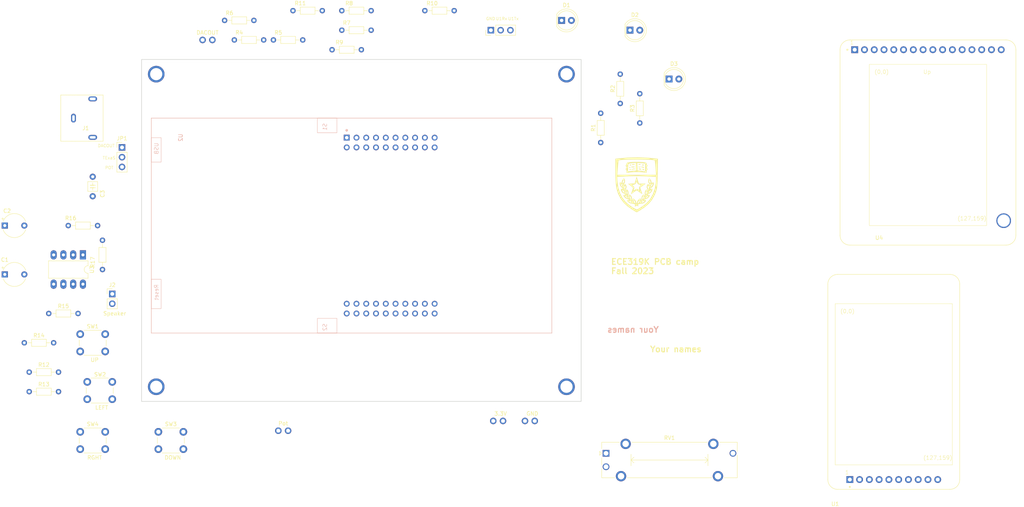
<source format=kicad_pcb>
(kicad_pcb (version 20221018) (generator pcbnew)

  (general
    (thickness 1.6)
  )

  (paper "A4")
  (title_block
    (title "ECE 319K Baseline Project")
    (date "2023-10-30")
    (rev "v1.0.0")
    (company "The University of Texas at Austin")
  )

  (layers
    (0 "F.Cu" signal)
    (31 "B.Cu" signal)
    (32 "B.Adhes" user "B.Adhesive")
    (33 "F.Adhes" user "F.Adhesive")
    (34 "B.Paste" user)
    (35 "F.Paste" user)
    (36 "B.SilkS" user "B.Silkscreen")
    (37 "F.SilkS" user "F.Silkscreen")
    (38 "B.Mask" user)
    (39 "F.Mask" user)
    (40 "Dwgs.User" user "User.Drawings")
    (41 "Cmts.User" user "User.Comments")
    (42 "Eco1.User" user "User.Eco1")
    (43 "Eco2.User" user "User.Eco2")
    (44 "Edge.Cuts" user)
    (45 "Margin" user)
    (46 "B.CrtYd" user "B.Courtyard")
    (47 "F.CrtYd" user "F.Courtyard")
    (48 "B.Fab" user)
    (49 "F.Fab" user)
    (50 "User.1" user)
    (51 "User.2" user)
    (52 "User.3" user)
    (53 "User.4" user)
    (54 "User.5" user)
    (55 "User.6" user)
    (56 "User.7" user)
    (57 "User.8" user)
    (58 "User.9" user)
  )

  (setup
    (stackup
      (layer "F.SilkS" (type "Top Silk Screen"))
      (layer "F.Paste" (type "Top Solder Paste"))
      (layer "F.Mask" (type "Top Solder Mask") (thickness 0.01))
      (layer "F.Cu" (type "copper") (thickness 0.035))
      (layer "dielectric 1" (type "core") (thickness 1.51) (material "FR4") (epsilon_r 4.5) (loss_tangent 0.02))
      (layer "B.Cu" (type "copper") (thickness 0.035))
      (layer "B.Mask" (type "Bottom Solder Mask") (thickness 0.01))
      (layer "B.Paste" (type "Bottom Solder Paste"))
      (layer "B.SilkS" (type "Bottom Silk Screen"))
      (copper_finish "None")
      (dielectric_constraints no)
    )
    (pad_to_mask_clearance 0)
    (pcbplotparams
      (layerselection 0x00010fc_ffffffff)
      (plot_on_all_layers_selection 0x0000000_00000000)
      (disableapertmacros false)
      (usegerberextensions true)
      (usegerberattributes false)
      (usegerberadvancedattributes false)
      (creategerberjobfile false)
      (dashed_line_dash_ratio 12.000000)
      (dashed_line_gap_ratio 3.000000)
      (svgprecision 4)
      (plotframeref false)
      (viasonmask false)
      (mode 1)
      (useauxorigin false)
      (hpglpennumber 1)
      (hpglpenspeed 20)
      (hpglpendiameter 15.000000)
      (dxfpolygonmode true)
      (dxfimperialunits true)
      (dxfusepcbnewfont true)
      (psnegative false)
      (psa4output false)
      (plotreference true)
      (plotvalue false)
      (plotinvisibletext false)
      (sketchpadsonfab false)
      (subtractmaskfromsilk true)
      (outputformat 1)
      (mirror false)
      (drillshape 0)
      (scaleselection 1)
      (outputdirectory "plots/")
    )
  )

  (net 0 "")
  (net 1 "GND")
  (net 2 "+3V3")
  (net 3 "PB9")
  (net 4 "PB15")
  (net 5 "PB8")
  (net 6 "PB7")
  (net 7 "PB6")
  (net 8 "PA13")
  (net 9 "+5V")
  (net 10 "unconnected-(C1-Pad1)")
  (net 11 "unconnected-(C1-Pad2)")
  (net 12 "unconnected-(C2-Pad1)")
  (net 13 "unconnected-(C2-Pad2)")
  (net 14 "unconnected-(C3-Pad1)")
  (net 15 "PA25")
  (net 16 "unconnected-(C3-Pad2)")
  (net 17 "PA8")
  (net 18 "PA26")
  (net 19 "PB24")
  (net 20 "PA27")
  (net 21 "PB2")
  (net 22 "PB3")
  (net 23 "unconnected-(U2-~{TARGETRST}-PadJ2_5)")
  (net 24 "PB12")
  (net 25 "PB17")
  (net 26 "PB0")
  (net 27 "PB16")
  (net 28 "PB19")
  (net 29 "PA22")
  (net 30 "PB18")
  (net 31 "PA18")
  (net 32 "PA24")
  (net 33 "PA17")
  (net 34 "PA16")
  (net 35 "PA15")
  (net 36 "PB4")
  (net 37 "PB1")
  (net 38 "PA28")
  (net 39 "PA31")
  (net 40 "PB20")
  (net 41 "PB13")
  (net 42 "PA10")
  (net 43 "unconnected-(D1-K-Pad1)")
  (net 44 "unconnected-(D1-A-Pad2)")
  (net 45 "unconnected-(D2-K-Pad1)")
  (net 46 "PB23")
  (net 47 "unconnected-(D2-A-Pad2)")
  (net 48 "PA11")
  (net 49 "PA12")
  (net 50 "unconnected-(U4-Pin3-Pad3)")
  (net 51 "unconnected-(U4-Pin4-Pad4)")
  (net 52 "unconnected-(U4-Pin5-Pad5)")
  (net 53 "unconnected-(RV1-PadMP)")
  (net 54 "unconnected-(H1-Hole-Pad1)")
  (net 55 "unconnected-(H2-Hole-Pad1)")
  (net 56 "unconnected-(H3-Hole-Pad1)")
  (net 57 "unconnected-(H4-Hole-Pad1)")
  (net 58 "unconnected-(D3-K-Pad1)")
  (net 59 "unconnected-(D3-A-Pad2)")
  (net 60 "unconnected-(J1-ring-PadR)")
  (net 61 "unconnected-(J1-sleeve-PadS)")
  (net 62 "unconnected-(J1-tip-PadT)")
  (net 63 "unconnected-(J2-Pad1)")
  (net 64 "unconnected-(J2-Pad2)")
  (net 65 "unconnected-(J4-A-Pad1)")
  (net 66 "unconnected-(J4-B-Pad2)")
  (net 67 "unconnected-(J7-A-Pad1)")
  (net 68 "unconnected-(J7-B-Pad2)")
  (net 69 "unconnected-(JP1-A-Pad1)")
  (net 70 "unconnected-(JP1-B-Pad3)")
  (net 71 "unconnected-(R1-Pad1)")
  (net 72 "unconnected-(R1-Pad2)")
  (net 73 "unconnected-(R2-Pad1)")
  (net 74 "unconnected-(R2-Pad2)")
  (net 75 "unconnected-(R3-Pad1)")
  (net 76 "unconnected-(R3-Pad2)")
  (net 77 "unconnected-(R4-Pad1)")
  (net 78 "unconnected-(R4-Pad2)")
  (net 79 "unconnected-(R5-Pad1)")
  (net 80 "unconnected-(R5-Pad2)")
  (net 81 "unconnected-(R6-Pad1)")
  (net 82 "unconnected-(R6-Pad2)")
  (net 83 "unconnected-(R7-Pad1)")
  (net 84 "unconnected-(R7-Pad2)")
  (net 85 "unconnected-(R8-Pad1)")
  (net 86 "unconnected-(R8-Pad2)")
  (net 87 "unconnected-(R9-Pad1)")
  (net 88 "unconnected-(R9-Pad2)")
  (net 89 "unconnected-(R10-Pad1)")
  (net 90 "unconnected-(R10-Pad2)")
  (net 91 "unconnected-(R11-Pad1)")
  (net 92 "unconnected-(R11-Pad2)")
  (net 93 "unconnected-(R12-Pad1)")
  (net 94 "unconnected-(R12-Pad2)")
  (net 95 "unconnected-(R13-Pad1)")
  (net 96 "unconnected-(R13-Pad2)")
  (net 97 "unconnected-(R14-Pad1)")
  (net 98 "unconnected-(R14-Pad2)")
  (net 99 "unconnected-(R15-Pad1)")
  (net 100 "unconnected-(R15-Pad2)")
  (net 101 "unconnected-(R16-Pad1)")
  (net 102 "unconnected-(R16-Pad2)")
  (net 103 "unconnected-(R17-Pad1)")
  (net 104 "unconnected-(R17-Pad2)")
  (net 105 "unconnected-(RV1-Pad1)")
  (net 106 "unconnected-(RV1-Pad2)")
  (net 107 "unconnected-(SW1-Pad1)")
  (net 108 "unconnected-(SW1-Pad2)")
  (net 109 "unconnected-(SW2-Pad1)")
  (net 110 "unconnected-(SW2-Pad2)")
  (net 111 "unconnected-(SW3-Pad1)")
  (net 112 "unconnected-(SW3-Pad2)")
  (net 113 "unconnected-(SW4-Pad1)")
  (net 114 "unconnected-(SW4-Pad2)")
  (net 115 "unconnected-(U3-CD-Pad1)")
  (net 116 "unconnected-(U3-FC2-Pad2)")
  (net 117 "unconnected-(U3-FC1-Pad3)")
  (net 118 "unconnected-(U3-VIN-Pad4)")
  (net 119 "unconnected-(U3-VO1-Pad5)")
  (net 120 "unconnected-(U3-Vcc-Pad6)")
  (net 121 "unconnected-(U3-GND-Pad7)")
  (net 122 "unconnected-(U3-VO2-Pad8)")
  (net 123 "unconnected-(RV1-Pad3)")

  (footprint "ECE319K:R_Axial_DIN0204_L3.6mm_D1.6mm_P7.62mm_Horizontal" (layer "F.Cu") (at 90.17 25.4))

  (footprint "ECE319K:Testpoint_1x02_P2.54mm" (layer "F.Cu") (at 86.36 134.62 90))

  (footprint "ECE319K:R_Axial_DIN0204_L3.6mm_D1.6mm_P7.62mm_Horizontal" (layer "F.Cu") (at 74.93 33.02))

  (footprint "ECE319K:PinHeader_1x03_P2.54mm_Vertical" (layer "F.Cu") (at 141.62 30.48 90))

  (footprint "LOGO" (layer "F.Cu") (at 180.34 71.12))

  (footprint "ECE319K:R_Axial_DIN0204_L3.6mm_D1.6mm_P7.62mm_Horizontal" (layer "F.Cu") (at 72.39 27.94))

  (footprint "ECE319K:DIP-8_W7.62mm_LongPads" (layer "F.Cu") (at 35.56 88.9 -90))

  (footprint "ECE319K:R_Axial_DIN0204_L3.6mm_D1.6mm_P7.62mm_Horizontal" (layer "F.Cu") (at 40.64 92.71 90))

  (footprint "ECE319K:SW_PUSH_6mm" (layer "F.Cu") (at 36.68 121.92))

  (footprint "ECE319K:SW_PUSH_6mm" (layer "F.Cu") (at 34.85 109.51))

  (footprint "ECE319K:PTA2043pot" (layer "F.Cu") (at 171.565 140.49))

  (footprint "ECE319K:R_Axial_DIN0204_L3.6mm_D1.6mm_P7.62mm_Horizontal" (layer "F.Cu") (at 124.46 25.4))

  (footprint "ECE319K:R_Axial_DIN0204_L3.6mm_D1.6mm_P7.62mm_Horizontal" (layer "F.Cu") (at 170.18 59.69 90))

  (footprint "ECE319K:Testpoint_1x02_P2.54mm" (layer "F.Cu") (at 66.67 33.02 90))

  (footprint "ECE319K:Testpoint_1x02_P2.54mm" (layer "F.Cu") (at 142.24 132.08 90))

  (footprint "ECE319K:R_Axial_DIN0204_L3.6mm_D1.6mm_P7.62mm_Horizontal" (layer "F.Cu") (at 102.87 25.4))

  (footprint "ECE319K:C_Axial_200mil" (layer "F.Cu") (at 38.1 68.58 -90))

  (footprint "ECE319K:MountingHole_4_40" (layer "F.Cu") (at 161.29 41.91))

  (footprint "ECE319K:MountingHole_4_40" (layer "F.Cu") (at 161.29 123.19))

  (footprint "ECE319K:MountingHole_4_40" (layer "F.Cu") (at 54.61 41.91))

  (footprint "ECE319K:R_Axial_DIN0204_L3.6mm_D1.6mm_P7.62mm_Horizontal" (layer "F.Cu") (at 29.21 119.38 180))

  (footprint "ECE319K:hiletgo_st7735r" (layer "F.Cu") (at 255.27 59.69))

  (footprint "ECE319K:MountingHole_4_40" (layer "F.Cu") (at 54.61 123.19))

  (footprint "ECE319K:CP_Radial_Tantal200mil" (layer "F.Cu") (at 15.24 81.28))

  (footprint "ECE319K:Testpoint_1x02_P2.54mm" (layer "F.Cu") (at 150.49 132.08 90))

  (footprint "ECE319K:LED_D5.0mm" (layer "F.Cu") (at 187.96 43.18))

  (footprint "ECE319K:CP_Radial_Tantal200mil" (layer "F.Cu") (at 15.24 93.98))

  (footprint "ECE319K:SW_PUSH_6mm" (layer "F.Cu") (at 34.85 134.91))

  (footprint "ECE319K:R_Axial_DIN0204_L3.6mm_D1.6mm_P7.62mm_Horizontal" (layer "F.Cu") (at 180.34 54.61 90))

  (footprint "ECE319K:R_Axial_DIN0204_L3.6mm_D1.6mm_P7.62mm_Horizontal" (layer "F.Cu") (at 29.21 124.46 180))

  (footprint "ECE319K:R_Axial_DIN0204_L3.6mm_D1.6mm_P7.62mm_Horizontal" (layer "F.Cu") (at 175.26 49.53 90))

  (footprint "ECE319K:R_Axial_DIN0204_L3.6mm_D1.6mm_P7.62mm_Horizontal" (layer "F.Cu") (at 31.75 81.28))

  (footprint "ECE319K:Jack_3.5mm_CUI_SJ1-3523N_Horizontal" (layer "F.Cu") (at 33.1 53.34 -90))

  (footprint "ECE319K:R_Axial_DIN0204_L3.6mm_D1.6mm_P7.62mm_Horizontal" (layer "F.Cu") (at 34.29 104.14 180))

  (footprint "ECE319K:R_Axial_DIN0204_L3.6mm_D1.6mm_P7.62mm_Horizontal" (layer "F.Cu") (at 100.33 35.56))

  (footprint "ECE319K:R_Axial_DIN0204_L3.6mm_D1.6mm_P7.62mm_Horizontal" (layer "F.Cu") (at 27.94 111.76 180))

  (footprint "ECE319K:SW_PUSH_6mm" (layer "F.Cu") (at 55.17 134.91))

  (footprint "ECE319K:R_Axial_DIN0204_L3.6mm_D1.6mm_P7.62mm_Horizontal" (layer "F.Cu") (at 85.09 33.02))

  (footprint "ECE319K:R_Axial_DIN0204_L3.6mm_D1.6mm_P7.62mm_Horizontal" (layer "F.Cu") (at 102.87 30.48))

  (footprint "ECE319K:PinHeader_1x02_P2.54mm_Vertical" (layer "F.Cu")
    (tstamp d645e795-38dd-4d3f-8e2d-c1d336dd3fff)
    (at 43.18 99.06)
    (descr "Through hole straight pin header, 1x02, 2.54mm pitch, single row")
    (tags "Through hole pin header THT 1x02 2.54mm single row")
    (property "Sheetfile" "Starter.kicad_sch")
    (property "Sheetname" "")
    (property "ki_description" "Speaker")
    (property "ki_keywords" "speaker sound")
    (path "/5aead411-6b0d-4af7-aa25-2648629a95b0")
    (attr through_hole)
    (fp_text reference "J2" (at 0 -2.33) (layer "F.SilkS")
        (effects (font (size 1 1) (thickness 0.15)))
      (tstamp 6e146bf0-e225-49e3-b8f8-b647e98a6e7c)
    )
    (fp_text value "Speaker" (at 0.635 5.08) (layer "F.SilkS")
        (effects (font (size 1 1) (thickness 0.15)))
      (tstamp b9e8f0a7-c960-442b-b2eb-78fb774e9d57)
    )
    (fp_text user "${REFERENCE}" (at 0 1.27 90) (layer "F.Fab")
        (effects (font (size 1 1) (thickness 0.15)))
      (tstamp 5e90ff52-a1c0-4771-956a-d6c8c24683ed)
    )
    (fp_line (start -1.33 -1.33) (end 0 -1.33)
      (stroke (width 0.12) (type solid)) (layer "F.SilkS") (tstamp 52537f9b-c0be-4d82-abb5-21e5ec7e67a7))
    (fp_line (start -1.33 0) (end -1.33 -1.33)
      (stroke (width 0.12) (type solid)) (layer "F.SilkS") (tstamp 4561de64-fae0-4006-bbee-22df92b11e0a))
    (fp_line (start -1.33 1.27) (end -1.33 3.87)
      (stroke (width 0.12) (type solid)) (layer "F.SilkS") (tstamp 4777157b-02cc-4cad-a87f-6159ccbf2071))
    (fp_line (start -1.33 1.27) (end 1.33 1.27)
 
... [41106 chars truncated]
</source>
